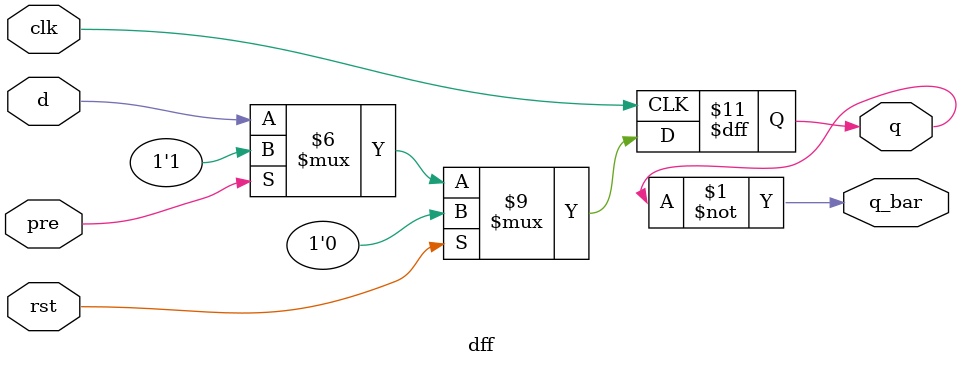
<source format=v>
module implicit();
reg clk,d,rst,pre;
wire q;

// Here second port is not connected
dff u0 ( q,,clk,d,rst,pre); 

endmodule

// D fli-flop
module dff (q, q_bar, clk, d, rst, pre);
input clk, d, rst, pre;
output q, q_bar;
reg q;

assign q_bar = ~q;

always @ (posedge clk)
if (rst == 1'b1) begin
  q <= 0;
end else if (pre == 1'b1) begin
  q <= 1;
end else begin
  q <= d;
end

endmodule

</source>
